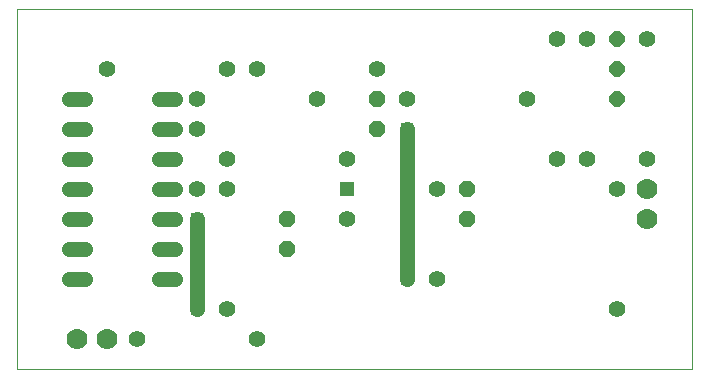
<source format=gtl>
G75*
%MOIN*%
%OFA0B0*%
%FSLAX25Y25*%
%IPPOS*%
%LPD*%
%AMOC8*
5,1,8,0,0,1.08239X$1,22.5*
%
%ADD10C,0.00000*%
%ADD11C,0.05543*%
%ADD12R,0.04756X0.04756*%
%ADD13C,0.05150*%
%ADD14OC8,0.05200*%
%ADD15C,0.07000*%
%ADD16OC8,0.05150*%
%ADD17R,0.03962X0.03962*%
%ADD18C,0.05000*%
D10*
X0001000Y0002260D02*
X0001000Y0122260D01*
X0226000Y0122260D01*
X0226000Y0002260D01*
X0001000Y0002260D01*
D11*
X0041000Y0012260D03*
X0071000Y0022260D03*
X0081000Y0012260D03*
X0141000Y0032260D03*
X0111000Y0052260D03*
X0141000Y0062260D03*
X0111000Y0072260D03*
X0101000Y0092260D03*
X0081000Y0102260D03*
X0071000Y0102260D03*
X0061000Y0092260D03*
X0061000Y0082260D03*
X0071000Y0072260D03*
X0071000Y0062260D03*
X0061000Y0062260D03*
X0131000Y0092260D03*
X0121000Y0102260D03*
X0171000Y0092260D03*
X0181000Y0072260D03*
X0191000Y0072260D03*
X0201000Y0062260D03*
X0211000Y0072260D03*
X0211000Y0112260D03*
X0191000Y0112260D03*
X0181000Y0112260D03*
X0031000Y0102260D03*
X0201000Y0022260D03*
D12*
X0111000Y0062260D03*
D13*
X0053575Y0062260D02*
X0048425Y0062260D01*
X0048425Y0072260D02*
X0053575Y0072260D01*
X0053575Y0082260D02*
X0048425Y0082260D01*
X0048425Y0092260D02*
X0053575Y0092260D01*
X0023575Y0092260D02*
X0018425Y0092260D01*
X0018425Y0082260D02*
X0023575Y0082260D01*
X0023575Y0072260D02*
X0018425Y0072260D01*
X0018425Y0062260D02*
X0023575Y0062260D01*
X0023575Y0052260D02*
X0018425Y0052260D01*
X0018425Y0042260D02*
X0023575Y0042260D01*
X0023575Y0032260D02*
X0018425Y0032260D01*
X0048425Y0032260D02*
X0053575Y0032260D01*
X0053575Y0042260D02*
X0048425Y0042260D01*
X0048425Y0052260D02*
X0053575Y0052260D01*
D14*
X0091000Y0052260D03*
X0091000Y0042260D03*
X0151000Y0052260D03*
X0151000Y0062260D03*
X0121000Y0082260D03*
X0121000Y0092260D03*
D15*
X0211000Y0062260D03*
X0211000Y0052260D03*
X0031000Y0012260D03*
X0021000Y0012260D03*
D16*
X0201000Y0092260D03*
X0201000Y0102260D03*
X0201000Y0112260D03*
D17*
X0131000Y0082260D03*
X0061000Y0052260D03*
X0061000Y0022260D03*
X0131000Y0032260D03*
D18*
X0131000Y0082260D01*
X0061000Y0052260D02*
X0061000Y0022260D01*
M02*

</source>
